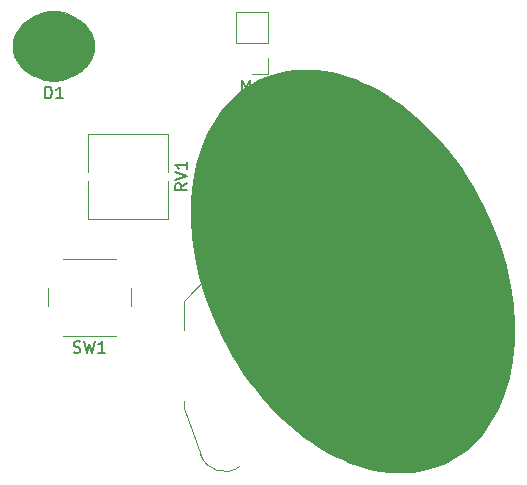
<source format=gbr>
%TF.GenerationSoftware,KiCad,Pcbnew,9.0.1*%
%TF.CreationDate,2025-05-03T21:28:02-04:00*%
%TF.ProjectId,project-2,70726f6a-6563-4742-9d32-2e6b69636164,rev?*%
%TF.SameCoordinates,Original*%
%TF.FileFunction,Legend,Top*%
%TF.FilePolarity,Positive*%
%FSLAX46Y46*%
G04 Gerber Fmt 4.6, Leading zero omitted, Abs format (unit mm)*
G04 Created by KiCad (PCBNEW 9.0.1) date 2025-05-03 21:28:02*
%MOMM*%
%LPD*%
G01*
G04 APERTURE LIST*
%ADD10C,0.000000*%
%ADD11C,0.150000*%
%ADD12C,0.120000*%
G04 APERTURE END LIST*
D10*
G36*
X214500000Y-76500000D02*
G01*
X215153210Y-76580110D01*
X215809822Y-76700024D01*
X216468635Y-76859070D01*
X217128445Y-77056578D01*
X217788050Y-77291876D01*
X218446247Y-77564295D01*
X219101834Y-77873162D01*
X219753607Y-78217807D01*
X220400365Y-78597559D01*
X221040905Y-79011747D01*
X221674023Y-79459701D01*
X222298518Y-79940749D01*
X222913186Y-80454220D01*
X223516825Y-80999444D01*
X224108233Y-81575749D01*
X224686206Y-82182465D01*
X225249542Y-82818921D01*
X225797038Y-83484445D01*
X226327492Y-84178367D01*
X226839701Y-84900017D01*
X227332463Y-85648722D01*
X227804574Y-86423813D01*
X228254832Y-87224618D01*
X228682035Y-88050466D01*
X229444668Y-89734013D01*
X230072513Y-91424795D01*
X230567127Y-93111908D01*
X230930069Y-94784443D01*
X231162897Y-96431496D01*
X231267169Y-98042159D01*
X231244443Y-99605527D01*
X231096277Y-101110692D01*
X230824229Y-102546749D01*
X230429859Y-103902791D01*
X229914723Y-105167912D01*
X229612355Y-105762969D01*
X229280380Y-106331205D01*
X228918993Y-106871259D01*
X228528389Y-107381765D01*
X228108762Y-107861361D01*
X227660307Y-108308684D01*
X227183219Y-108722371D01*
X226677693Y-109101057D01*
X226143923Y-109443380D01*
X225582105Y-109747977D01*
X224999414Y-110010447D01*
X224403698Y-110227746D01*
X223796162Y-110400546D01*
X223178006Y-110529516D01*
X222550435Y-110615329D01*
X221914650Y-110658655D01*
X221271854Y-110660164D01*
X220623250Y-110620528D01*
X219970040Y-110540418D01*
X219313428Y-110420505D01*
X218654616Y-110261458D01*
X217994805Y-110063951D01*
X217335200Y-109828652D01*
X216677003Y-109556234D01*
X216021416Y-109247367D01*
X215369643Y-108902722D01*
X214722885Y-108522970D01*
X214082345Y-108108781D01*
X213449227Y-107660828D01*
X212824732Y-107179780D01*
X212210064Y-106666309D01*
X211606425Y-106121085D01*
X211015017Y-105544780D01*
X210437044Y-104938063D01*
X209873708Y-104301608D01*
X209326211Y-103636083D01*
X208795757Y-102942160D01*
X208283548Y-102220511D01*
X207790786Y-101471805D01*
X207318675Y-100696714D01*
X206868417Y-99895909D01*
X206441214Y-99070060D01*
X205678580Y-97386514D01*
X205050735Y-95695732D01*
X204556121Y-94008620D01*
X204193179Y-92336085D01*
X203960352Y-90689032D01*
X203856080Y-89078369D01*
X203878806Y-87515002D01*
X204026972Y-86009837D01*
X204299020Y-84573780D01*
X204693391Y-83217738D01*
X205208526Y-81952616D01*
X205510894Y-81357560D01*
X205842869Y-80789323D01*
X206204256Y-80249270D01*
X206594860Y-79738763D01*
X207014488Y-79259167D01*
X207462942Y-78811844D01*
X207940030Y-78398157D01*
X208445557Y-78019471D01*
X208979326Y-77677147D01*
X209541145Y-77372551D01*
X210123836Y-77110080D01*
X210719551Y-76892781D01*
X211327088Y-76719982D01*
X211945243Y-76591011D01*
X212572815Y-76505198D01*
X213208600Y-76461873D01*
X213851396Y-76460364D01*
X214500000Y-76500000D01*
G37*
G36*
X192409724Y-71593371D02*
G01*
X192587089Y-71604610D01*
X192761874Y-71623119D01*
X192933861Y-71648713D01*
X193102831Y-71681212D01*
X193268563Y-71720431D01*
X193430839Y-71766187D01*
X193589439Y-71818299D01*
X193744144Y-71876583D01*
X193894734Y-71940856D01*
X194040989Y-72010935D01*
X194182691Y-72086637D01*
X194319619Y-72167781D01*
X194451555Y-72254182D01*
X194578279Y-72345657D01*
X194699571Y-72442025D01*
X194815212Y-72543102D01*
X194924983Y-72648705D01*
X195028664Y-72758652D01*
X195126036Y-72872759D01*
X195216880Y-72990844D01*
X195300975Y-73112723D01*
X195378102Y-73238215D01*
X195448042Y-73367135D01*
X195510576Y-73499302D01*
X195565485Y-73634532D01*
X195612547Y-73772642D01*
X195651545Y-73913450D01*
X195682259Y-74056773D01*
X195704469Y-74202427D01*
X195717956Y-74350231D01*
X195722500Y-74500001D01*
X195717956Y-74649770D01*
X195704469Y-74797574D01*
X195682259Y-74943228D01*
X195651545Y-75086551D01*
X195612547Y-75227359D01*
X195565485Y-75365469D01*
X195510576Y-75500699D01*
X195448042Y-75632866D01*
X195378102Y-75761787D01*
X195300975Y-75887278D01*
X195216880Y-76009157D01*
X195126036Y-76127242D01*
X195028664Y-76241349D01*
X194924983Y-76351296D01*
X194815212Y-76456899D01*
X194699571Y-76557976D01*
X194578279Y-76654344D01*
X194451555Y-76745820D01*
X194319619Y-76832220D01*
X194182691Y-76913364D01*
X194040989Y-76989066D01*
X193894734Y-77059146D01*
X193744144Y-77123418D01*
X193589439Y-77181702D01*
X193430839Y-77233814D01*
X193268563Y-77279571D01*
X193102831Y-77318790D01*
X192933861Y-77351288D01*
X192761874Y-77376883D01*
X192587089Y-77395391D01*
X192409724Y-77406630D01*
X192230001Y-77410417D01*
X192050277Y-77406630D01*
X191872913Y-77395391D01*
X191698127Y-77376883D01*
X191526140Y-77351288D01*
X191357171Y-77318790D01*
X191191438Y-77279571D01*
X191029162Y-77233814D01*
X190870562Y-77181702D01*
X190715858Y-77123418D01*
X190565268Y-77059146D01*
X190419012Y-76989066D01*
X190277311Y-76913364D01*
X190140382Y-76832220D01*
X190008447Y-76745820D01*
X189881723Y-76654344D01*
X189760430Y-76557976D01*
X189644789Y-76456899D01*
X189535018Y-76351296D01*
X189431337Y-76241349D01*
X189333965Y-76127242D01*
X189243122Y-76009157D01*
X189159027Y-75887278D01*
X189081899Y-75761787D01*
X189011959Y-75632866D01*
X188949425Y-75500699D01*
X188894517Y-75365469D01*
X188847454Y-75227359D01*
X188808456Y-75086551D01*
X188777742Y-74943228D01*
X188755532Y-74797574D01*
X188742045Y-74649770D01*
X188737501Y-74500001D01*
X188742045Y-74350231D01*
X188755532Y-74202427D01*
X188777742Y-74056773D01*
X188808456Y-73913450D01*
X188847454Y-73772642D01*
X188894517Y-73634532D01*
X188949425Y-73499302D01*
X189011959Y-73367135D01*
X189081899Y-73238215D01*
X189159027Y-73112723D01*
X189243122Y-72990844D01*
X189333965Y-72872759D01*
X189431337Y-72758652D01*
X189535018Y-72648705D01*
X189644789Y-72543102D01*
X189760430Y-72442025D01*
X189881723Y-72345657D01*
X190008447Y-72254182D01*
X190140382Y-72167781D01*
X190277311Y-72086637D01*
X190419012Y-72010935D01*
X190565268Y-71940856D01*
X190715858Y-71876583D01*
X190870562Y-71818299D01*
X191029162Y-71766187D01*
X191191438Y-71720431D01*
X191357171Y-71681212D01*
X191526140Y-71648713D01*
X191698127Y-71623119D01*
X191872913Y-71604610D01*
X192050277Y-71593371D01*
X192230001Y-71589584D01*
X192409724Y-71593371D01*
G37*
D11*
X203504819Y-86095238D02*
X203028628Y-86428571D01*
X203504819Y-86666666D02*
X202504819Y-86666666D01*
X202504819Y-86666666D02*
X202504819Y-86285714D01*
X202504819Y-86285714D02*
X202552438Y-86190476D01*
X202552438Y-86190476D02*
X202600057Y-86142857D01*
X202600057Y-86142857D02*
X202695295Y-86095238D01*
X202695295Y-86095238D02*
X202838152Y-86095238D01*
X202838152Y-86095238D02*
X202933390Y-86142857D01*
X202933390Y-86142857D02*
X202981009Y-86190476D01*
X202981009Y-86190476D02*
X203028628Y-86285714D01*
X203028628Y-86285714D02*
X203028628Y-86666666D01*
X202504819Y-85809523D02*
X203504819Y-85476190D01*
X203504819Y-85476190D02*
X202504819Y-85142857D01*
X203504819Y-84285714D02*
X203504819Y-84857142D01*
X203504819Y-84571428D02*
X202504819Y-84571428D01*
X202504819Y-84571428D02*
X202647676Y-84666666D01*
X202647676Y-84666666D02*
X202742914Y-84761904D01*
X202742914Y-84761904D02*
X202790533Y-84857142D01*
X191491905Y-78914819D02*
X191491905Y-77914819D01*
X191491905Y-77914819D02*
X191730000Y-77914819D01*
X191730000Y-77914819D02*
X191872857Y-77962438D01*
X191872857Y-77962438D02*
X191968095Y-78057676D01*
X191968095Y-78057676D02*
X192015714Y-78152914D01*
X192015714Y-78152914D02*
X192063333Y-78343390D01*
X192063333Y-78343390D02*
X192063333Y-78486247D01*
X192063333Y-78486247D02*
X192015714Y-78676723D01*
X192015714Y-78676723D02*
X191968095Y-78771961D01*
X191968095Y-78771961D02*
X191872857Y-78867200D01*
X191872857Y-78867200D02*
X191730000Y-78914819D01*
X191730000Y-78914819D02*
X191491905Y-78914819D01*
X193015714Y-78914819D02*
X192444286Y-78914819D01*
X192730000Y-78914819D02*
X192730000Y-77914819D01*
X192730000Y-77914819D02*
X192634762Y-78057676D01*
X192634762Y-78057676D02*
X192539524Y-78152914D01*
X192539524Y-78152914D02*
X192444286Y-78200533D01*
X208190476Y-78334819D02*
X208190476Y-77334819D01*
X208190476Y-77334819D02*
X208523809Y-78049104D01*
X208523809Y-78049104D02*
X208857142Y-77334819D01*
X208857142Y-77334819D02*
X208857142Y-78334819D01*
X209857142Y-78334819D02*
X209285714Y-78334819D01*
X209571428Y-78334819D02*
X209571428Y-77334819D01*
X209571428Y-77334819D02*
X209476190Y-77477676D01*
X209476190Y-77477676D02*
X209380952Y-77572914D01*
X209380952Y-77572914D02*
X209285714Y-77620533D01*
X214304761Y-80904819D02*
X213971428Y-80428628D01*
X213733333Y-80904819D02*
X213733333Y-79904819D01*
X213733333Y-79904819D02*
X214114285Y-79904819D01*
X214114285Y-79904819D02*
X214209523Y-79952438D01*
X214209523Y-79952438D02*
X214257142Y-80000057D01*
X214257142Y-80000057D02*
X214304761Y-80095295D01*
X214304761Y-80095295D02*
X214304761Y-80238152D01*
X214304761Y-80238152D02*
X214257142Y-80333390D01*
X214257142Y-80333390D02*
X214209523Y-80381009D01*
X214209523Y-80381009D02*
X214114285Y-80428628D01*
X214114285Y-80428628D02*
X213733333Y-80428628D01*
X214590476Y-79904819D02*
X214923809Y-80904819D01*
X214923809Y-80904819D02*
X215257142Y-79904819D01*
X215542857Y-80000057D02*
X215590476Y-79952438D01*
X215590476Y-79952438D02*
X215685714Y-79904819D01*
X215685714Y-79904819D02*
X215923809Y-79904819D01*
X215923809Y-79904819D02*
X216019047Y-79952438D01*
X216019047Y-79952438D02*
X216066666Y-80000057D01*
X216066666Y-80000057D02*
X216114285Y-80095295D01*
X216114285Y-80095295D02*
X216114285Y-80190533D01*
X216114285Y-80190533D02*
X216066666Y-80333390D01*
X216066666Y-80333390D02*
X215495238Y-80904819D01*
X215495238Y-80904819D02*
X216114285Y-80904819D01*
X193916667Y-100407200D02*
X194059524Y-100454819D01*
X194059524Y-100454819D02*
X194297619Y-100454819D01*
X194297619Y-100454819D02*
X194392857Y-100407200D01*
X194392857Y-100407200D02*
X194440476Y-100359580D01*
X194440476Y-100359580D02*
X194488095Y-100264342D01*
X194488095Y-100264342D02*
X194488095Y-100169104D01*
X194488095Y-100169104D02*
X194440476Y-100073866D01*
X194440476Y-100073866D02*
X194392857Y-100026247D01*
X194392857Y-100026247D02*
X194297619Y-99978628D01*
X194297619Y-99978628D02*
X194107143Y-99931009D01*
X194107143Y-99931009D02*
X194011905Y-99883390D01*
X194011905Y-99883390D02*
X193964286Y-99835771D01*
X193964286Y-99835771D02*
X193916667Y-99740533D01*
X193916667Y-99740533D02*
X193916667Y-99645295D01*
X193916667Y-99645295D02*
X193964286Y-99550057D01*
X193964286Y-99550057D02*
X194011905Y-99502438D01*
X194011905Y-99502438D02*
X194107143Y-99454819D01*
X194107143Y-99454819D02*
X194345238Y-99454819D01*
X194345238Y-99454819D02*
X194488095Y-99502438D01*
X194821429Y-99454819D02*
X195059524Y-100454819D01*
X195059524Y-100454819D02*
X195250000Y-99740533D01*
X195250000Y-99740533D02*
X195440476Y-100454819D01*
X195440476Y-100454819D02*
X195678572Y-99454819D01*
X196583333Y-100454819D02*
X196011905Y-100454819D01*
X196297619Y-100454819D02*
X196297619Y-99454819D01*
X196297619Y-99454819D02*
X196202381Y-99597676D01*
X196202381Y-99597676D02*
X196107143Y-99692914D01*
X196107143Y-99692914D02*
X196011905Y-99740533D01*
X213214285Y-89931009D02*
X213357142Y-89978628D01*
X213357142Y-89978628D02*
X213404761Y-90026247D01*
X213404761Y-90026247D02*
X213452380Y-90121485D01*
X213452380Y-90121485D02*
X213452380Y-90264342D01*
X213452380Y-90264342D02*
X213404761Y-90359580D01*
X213404761Y-90359580D02*
X213357142Y-90407200D01*
X213357142Y-90407200D02*
X213261904Y-90454819D01*
X213261904Y-90454819D02*
X212880952Y-90454819D01*
X212880952Y-90454819D02*
X212880952Y-89454819D01*
X212880952Y-89454819D02*
X213214285Y-89454819D01*
X213214285Y-89454819D02*
X213309523Y-89502438D01*
X213309523Y-89502438D02*
X213357142Y-89550057D01*
X213357142Y-89550057D02*
X213404761Y-89645295D01*
X213404761Y-89645295D02*
X213404761Y-89740533D01*
X213404761Y-89740533D02*
X213357142Y-89835771D01*
X213357142Y-89835771D02*
X213309523Y-89883390D01*
X213309523Y-89883390D02*
X213214285Y-89931009D01*
X213214285Y-89931009D02*
X212880952Y-89931009D01*
X213738095Y-89454819D02*
X214309523Y-89454819D01*
X214023809Y-90454819D02*
X214023809Y-89454819D01*
X215166666Y-90454819D02*
X214595238Y-90454819D01*
X214880952Y-90454819D02*
X214880952Y-89454819D01*
X214880952Y-89454819D02*
X214785714Y-89597676D01*
X214785714Y-89597676D02*
X214690476Y-89692914D01*
X214690476Y-89692914D02*
X214595238Y-89740533D01*
D12*
%TO.C,RV1*%
X195090000Y-81890000D02*
X195090000Y-85178000D01*
X195090000Y-85942000D02*
X195090000Y-89110000D01*
X201910000Y-81890000D02*
X195090000Y-81890000D01*
X201910000Y-81890000D02*
X201910000Y-85178000D01*
X201910000Y-85942000D02*
X201910000Y-89110000D01*
X201910000Y-89110000D02*
X195090000Y-89110000D01*
%TO.C,D1*%
X194790000Y-76045000D02*
X194790000Y-72955000D01*
X189240000Y-74499952D02*
G75*
G02*
X194790000Y-72955170I2990000J-48D01*
G01*
X194790000Y-76044830D02*
G75*
G02*
X189240000Y-74500048I-2560000J1544830D01*
G01*
X194730000Y-74500000D02*
G75*
G02*
X189730000Y-74500000I-2500000J0D01*
G01*
X189730000Y-74500000D02*
G75*
G02*
X194730000Y-74500000I2500000J0D01*
G01*
%TO.C,M1*%
X207620000Y-74230000D02*
X207620000Y-71580000D01*
X210380000Y-71580000D02*
X207620000Y-71580000D01*
X210380000Y-74230000D02*
X207620000Y-74230000D01*
X210380000Y-74230000D02*
X210380000Y-71580000D01*
X210380000Y-75500000D02*
X210380000Y-76880000D01*
X210380000Y-76880000D02*
X209000000Y-76880000D01*
%TO.C,RV2*%
X211290000Y-81590000D02*
X211290000Y-88410000D01*
X211290000Y-81590000D02*
X214578000Y-81590000D01*
X211290000Y-88410000D02*
X214578000Y-88410000D01*
X215342000Y-81590000D02*
X218510000Y-81590000D01*
X215342000Y-88410000D02*
X218510000Y-88410000D01*
X218510000Y-81590000D02*
X218510000Y-88410000D01*
%TO.C,SW1*%
X191750000Y-95000000D02*
X191750000Y-96500000D01*
X193000000Y-99000000D02*
X197500000Y-99000000D01*
X197500000Y-92500000D02*
X193000000Y-92500000D01*
X198750000Y-96500000D02*
X198750000Y-95000000D01*
%TO.C,BT1*%
X203220000Y-96040000D02*
X203220000Y-98500000D01*
X203220000Y-104500000D02*
X203220000Y-105130000D01*
X203220000Y-105130000D02*
X204660000Y-109080000D01*
X205300000Y-93960000D02*
X203220000Y-96040000D01*
X208800000Y-93960000D02*
X205300000Y-93960000D01*
X222700000Y-93960000D02*
X219200000Y-93960000D01*
X222700000Y-93960000D02*
X224780000Y-96040000D01*
X224780000Y-96040000D02*
X224780000Y-98500000D01*
X224780000Y-104500000D02*
X224780000Y-105130000D01*
X224780000Y-105130000D02*
X223340000Y-109080000D01*
X207996646Y-110066530D02*
G75*
G02*
X204660000Y-109080000I-1306646J1716531D01*
G01*
X223325243Y-109088169D02*
G75*
G02*
X220000000Y-110050000I-2015243J738169D01*
G01*
%TD*%
M02*

</source>
